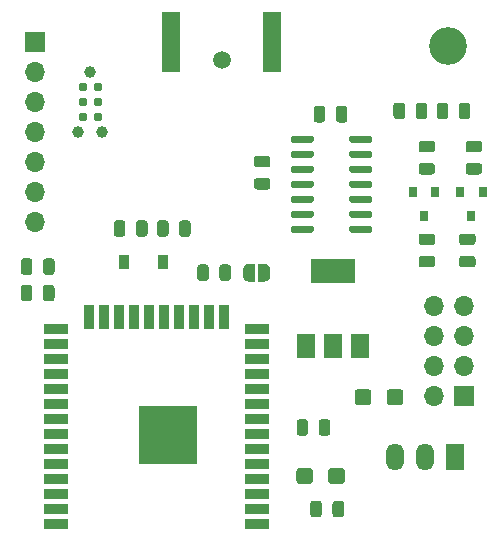
<source format=gts>
G04 #@! TF.GenerationSoftware,KiCad,Pcbnew,(5.1.9-0-10_14)*
G04 #@! TF.CreationDate,2021-01-13T19:52:55+01:00*
G04 #@! TF.ProjectId,ithowifi,6974686f-7769-4666-992e-6b696361645f,rev?*
G04 #@! TF.SameCoordinates,Original*
G04 #@! TF.FileFunction,Soldermask,Top*
G04 #@! TF.FilePolarity,Negative*
%FSLAX46Y46*%
G04 Gerber Fmt 4.6, Leading zero omitted, Abs format (unit mm)*
G04 Created by KiCad (PCBNEW (5.1.9-0-10_14)) date 2021-01-13 19:52:55*
%MOMM*%
%LPD*%
G01*
G04 APERTURE LIST*
%ADD10C,0.787400*%
%ADD11C,0.990600*%
%ADD12C,3.200000*%
%ADD13R,2.000000X0.900000*%
%ADD14R,0.900000X2.000000*%
%ADD15R,5.000000X5.000000*%
%ADD16C,0.100000*%
%ADD17C,1.500000*%
%ADD18R,1.500000X2.000000*%
%ADD19R,3.800000X2.000000*%
%ADD20O,1.700000X1.700000*%
%ADD21R,1.700000X1.700000*%
%ADD22R,0.900000X1.200000*%
%ADD23R,1.500000X5.080000*%
%ADD24R,0.800000X0.900000*%
%ADD25O,1.500000X2.300000*%
%ADD26R,1.500000X2.300000*%
G04 APERTURE END LIST*
D10*
X91033600Y-114147600D03*
X91033600Y-112877600D03*
X89763600Y-114147600D03*
X89763600Y-112877600D03*
X89763600Y-111607600D03*
X91033600Y-111607600D03*
D11*
X89382600Y-115417600D03*
X91414600Y-115417600D03*
X90398600Y-110337600D03*
D12*
X120650000Y-108127800D03*
D13*
X87477600Y-148615400D03*
X87477600Y-147345400D03*
X87477600Y-146075400D03*
X87477600Y-144805400D03*
X87477600Y-143535400D03*
X87477600Y-142265400D03*
X87477600Y-140995400D03*
X87477600Y-139725400D03*
X87477600Y-138455400D03*
X87477600Y-137185400D03*
X87477600Y-135915400D03*
X87477600Y-134645400D03*
X87477600Y-133375400D03*
X87477600Y-132105400D03*
D14*
X90262600Y-131105400D03*
X91532600Y-131105400D03*
X92802600Y-131105400D03*
X94072600Y-131105400D03*
X95342600Y-131105400D03*
X96612600Y-131105400D03*
X97882600Y-131105400D03*
X99152600Y-131105400D03*
X100422600Y-131105400D03*
X101692600Y-131105400D03*
D13*
X104477600Y-132105400D03*
X104477600Y-133375400D03*
X104477600Y-134645400D03*
X104477600Y-135915400D03*
X104477600Y-137185400D03*
X104477600Y-138455400D03*
X104477600Y-139725400D03*
X104477600Y-140995400D03*
X104477600Y-142265400D03*
X104477600Y-143535400D03*
X104477600Y-144805400D03*
X104477600Y-146075400D03*
X104477600Y-147345400D03*
X104477600Y-148615400D03*
D15*
X96977600Y-141115400D03*
D16*
G36*
X103805200Y-128104998D02*
G01*
X103780666Y-128104998D01*
X103731835Y-128100188D01*
X103683710Y-128090616D01*
X103636755Y-128076372D01*
X103591422Y-128057595D01*
X103548149Y-128034464D01*
X103507350Y-128007204D01*
X103469421Y-127976076D01*
X103434724Y-127941379D01*
X103403596Y-127903450D01*
X103376336Y-127862651D01*
X103353205Y-127819378D01*
X103334428Y-127774045D01*
X103320184Y-127727090D01*
X103310612Y-127678965D01*
X103305802Y-127630134D01*
X103305802Y-127605600D01*
X103305200Y-127605600D01*
X103305200Y-127105600D01*
X103305802Y-127105600D01*
X103305802Y-127081066D01*
X103310612Y-127032235D01*
X103320184Y-126984110D01*
X103334428Y-126937155D01*
X103353205Y-126891822D01*
X103376336Y-126848549D01*
X103403596Y-126807750D01*
X103434724Y-126769821D01*
X103469421Y-126735124D01*
X103507350Y-126703996D01*
X103548149Y-126676736D01*
X103591422Y-126653605D01*
X103636755Y-126634828D01*
X103683710Y-126620584D01*
X103731835Y-126611012D01*
X103780666Y-126606202D01*
X103805200Y-126606202D01*
X103805200Y-126605600D01*
X104305200Y-126605600D01*
X104305200Y-128105600D01*
X103805200Y-128105600D01*
X103805200Y-128104998D01*
G37*
G36*
X104605200Y-126605600D02*
G01*
X105105200Y-126605600D01*
X105105200Y-126606202D01*
X105129734Y-126606202D01*
X105178565Y-126611012D01*
X105226690Y-126620584D01*
X105273645Y-126634828D01*
X105318978Y-126653605D01*
X105362251Y-126676736D01*
X105403050Y-126703996D01*
X105440979Y-126735124D01*
X105475676Y-126769821D01*
X105506804Y-126807750D01*
X105534064Y-126848549D01*
X105557195Y-126891822D01*
X105575972Y-126937155D01*
X105590216Y-126984110D01*
X105599788Y-127032235D01*
X105604598Y-127081066D01*
X105604598Y-127105600D01*
X105605200Y-127105600D01*
X105605200Y-127605600D01*
X105604598Y-127605600D01*
X105604598Y-127630134D01*
X105599788Y-127678965D01*
X105590216Y-127727090D01*
X105575972Y-127774045D01*
X105557195Y-127819378D01*
X105534064Y-127862651D01*
X105506804Y-127903450D01*
X105475676Y-127941379D01*
X105440979Y-127976076D01*
X105403050Y-128007204D01*
X105362251Y-128034464D01*
X105318978Y-128057595D01*
X105273645Y-128076372D01*
X105226690Y-128090616D01*
X105178565Y-128100188D01*
X105129734Y-128104998D01*
X105105200Y-128104998D01*
X105105200Y-128105600D01*
X104605200Y-128105600D01*
X104605200Y-126605600D01*
G37*
G36*
G01*
X101315700Y-127811850D02*
X101315700Y-126899350D01*
G75*
G02*
X101559450Y-126655600I243750J0D01*
G01*
X102046950Y-126655600D01*
G75*
G02*
X102290700Y-126899350I0J-243750D01*
G01*
X102290700Y-127811850D01*
G75*
G02*
X102046950Y-128055600I-243750J0D01*
G01*
X101559450Y-128055600D01*
G75*
G02*
X101315700Y-127811850I0J243750D01*
G01*
G37*
G36*
G01*
X99440700Y-127811850D02*
X99440700Y-126899350D01*
G75*
G02*
X99684450Y-126655600I243750J0D01*
G01*
X100171950Y-126655600D01*
G75*
G02*
X100415700Y-126899350I0J-243750D01*
G01*
X100415700Y-127811850D01*
G75*
G02*
X100171950Y-128055600I-243750J0D01*
G01*
X99684450Y-128055600D01*
G75*
G02*
X99440700Y-127811850I0J243750D01*
G01*
G37*
G36*
G01*
X114174500Y-137471599D02*
X114174500Y-138321601D01*
G75*
G02*
X113924501Y-138571600I-249999J0D01*
G01*
X113024499Y-138571600D01*
G75*
G02*
X112774500Y-138321601I0J249999D01*
G01*
X112774500Y-137471599D01*
G75*
G02*
X113024499Y-137221600I249999J0D01*
G01*
X113924501Y-137221600D01*
G75*
G02*
X114174500Y-137471599I0J-249999D01*
G01*
G37*
G36*
G01*
X116874500Y-137471599D02*
X116874500Y-138321601D01*
G75*
G02*
X116624501Y-138571600I-249999J0D01*
G01*
X115724499Y-138571600D01*
G75*
G02*
X115474500Y-138321601I0J249999D01*
G01*
X115474500Y-137471599D01*
G75*
G02*
X115724499Y-137221600I249999J0D01*
G01*
X116624501Y-137221600D01*
G75*
G02*
X116874500Y-137471599I0J-249999D01*
G01*
G37*
G36*
G01*
X110530400Y-145001801D02*
X110530400Y-144151799D01*
G75*
G02*
X110780399Y-143901800I249999J0D01*
G01*
X111680401Y-143901800D01*
G75*
G02*
X111930400Y-144151799I0J-249999D01*
G01*
X111930400Y-145001801D01*
G75*
G02*
X111680401Y-145251800I-249999J0D01*
G01*
X110780399Y-145251800D01*
G75*
G02*
X110530400Y-145001801I0J249999D01*
G01*
G37*
G36*
G01*
X107830400Y-145001801D02*
X107830400Y-144151799D01*
G75*
G02*
X108080399Y-143901800I249999J0D01*
G01*
X108980401Y-143901800D01*
G75*
G02*
X109230400Y-144151799I0J-249999D01*
G01*
X109230400Y-145001801D01*
G75*
G02*
X108980401Y-145251800I-249999J0D01*
G01*
X108080399Y-145251800D01*
G75*
G02*
X107830400Y-145001801I0J249999D01*
G01*
G37*
D17*
X101498400Y-109347000D03*
G36*
G01*
X85475900Y-128626550D02*
X85475900Y-129539050D01*
G75*
G02*
X85232150Y-129782800I-243750J0D01*
G01*
X84744650Y-129782800D01*
G75*
G02*
X84500900Y-129539050I0J243750D01*
G01*
X84500900Y-128626550D01*
G75*
G02*
X84744650Y-128382800I243750J0D01*
G01*
X85232150Y-128382800D01*
G75*
G02*
X85475900Y-128626550I0J-243750D01*
G01*
G37*
G36*
G01*
X87350900Y-128626550D02*
X87350900Y-129539050D01*
G75*
G02*
X87107150Y-129782800I-243750J0D01*
G01*
X86619650Y-129782800D01*
G75*
G02*
X86375900Y-129539050I0J243750D01*
G01*
X86375900Y-128626550D01*
G75*
G02*
X86619650Y-128382800I243750J0D01*
G01*
X87107150Y-128382800D01*
G75*
G02*
X87350900Y-128626550I0J-243750D01*
G01*
G37*
G36*
G01*
X85475900Y-126391350D02*
X85475900Y-127303850D01*
G75*
G02*
X85232150Y-127547600I-243750J0D01*
G01*
X84744650Y-127547600D01*
G75*
G02*
X84500900Y-127303850I0J243750D01*
G01*
X84500900Y-126391350D01*
G75*
G02*
X84744650Y-126147600I243750J0D01*
G01*
X85232150Y-126147600D01*
G75*
G02*
X85475900Y-126391350I0J-243750D01*
G01*
G37*
G36*
G01*
X87350900Y-126391350D02*
X87350900Y-127303850D01*
G75*
G02*
X87107150Y-127547600I-243750J0D01*
G01*
X86619650Y-127547600D01*
G75*
G02*
X86375900Y-127303850I0J243750D01*
G01*
X86375900Y-126391350D01*
G75*
G02*
X86619650Y-126147600I243750J0D01*
G01*
X87107150Y-126147600D01*
G75*
G02*
X87350900Y-126391350I0J-243750D01*
G01*
G37*
D18*
X108647200Y-133553600D03*
X113247200Y-133553600D03*
X110947200Y-133553600D03*
D19*
X110947200Y-127253600D03*
G36*
G01*
X94249900Y-124078050D02*
X94249900Y-123165550D01*
G75*
G02*
X94493650Y-122921800I243750J0D01*
G01*
X94981150Y-122921800D01*
G75*
G02*
X95224900Y-123165550I0J-243750D01*
G01*
X95224900Y-124078050D01*
G75*
G02*
X94981150Y-124321800I-243750J0D01*
G01*
X94493650Y-124321800D01*
G75*
G02*
X94249900Y-124078050I0J243750D01*
G01*
G37*
G36*
G01*
X92374900Y-124078050D02*
X92374900Y-123165550D01*
G75*
G02*
X92618650Y-122921800I243750J0D01*
G01*
X93106150Y-122921800D01*
G75*
G02*
X93349900Y-123165550I0J-243750D01*
G01*
X93349900Y-124078050D01*
G75*
G02*
X93106150Y-124321800I-243750J0D01*
G01*
X92618650Y-124321800D01*
G75*
G02*
X92374900Y-124078050I0J243750D01*
G01*
G37*
G36*
G01*
X109720800Y-140918250D02*
X109720800Y-140005750D01*
G75*
G02*
X109964550Y-139762000I243750J0D01*
G01*
X110452050Y-139762000D01*
G75*
G02*
X110695800Y-140005750I0J-243750D01*
G01*
X110695800Y-140918250D01*
G75*
G02*
X110452050Y-141162000I-243750J0D01*
G01*
X109964550Y-141162000D01*
G75*
G02*
X109720800Y-140918250I0J243750D01*
G01*
G37*
G36*
G01*
X107845800Y-140918250D02*
X107845800Y-140005750D01*
G75*
G02*
X108089550Y-139762000I243750J0D01*
G01*
X108577050Y-139762000D01*
G75*
G02*
X108820800Y-140005750I0J-243750D01*
G01*
X108820800Y-140918250D01*
G75*
G02*
X108577050Y-141162000I-243750J0D01*
G01*
X108089550Y-141162000D01*
G75*
G02*
X107845800Y-140918250I0J243750D01*
G01*
G37*
D20*
X85725000Y-123037600D03*
X85725000Y-120497600D03*
X85725000Y-117957600D03*
X85725000Y-115417600D03*
X85725000Y-112877600D03*
X85725000Y-110337600D03*
D21*
X85725000Y-107797600D03*
D22*
X93220000Y-126415800D03*
X96520000Y-126415800D03*
G36*
G01*
X110886900Y-147827050D02*
X110886900Y-146914550D01*
G75*
G02*
X111130650Y-146670800I243750J0D01*
G01*
X111618150Y-146670800D01*
G75*
G02*
X111861900Y-146914550I0J-243750D01*
G01*
X111861900Y-147827050D01*
G75*
G02*
X111618150Y-148070800I-243750J0D01*
G01*
X111130650Y-148070800D01*
G75*
G02*
X110886900Y-147827050I0J243750D01*
G01*
G37*
G36*
G01*
X109011900Y-147827050D02*
X109011900Y-146914550D01*
G75*
G02*
X109255650Y-146670800I243750J0D01*
G01*
X109743150Y-146670800D01*
G75*
G02*
X109986900Y-146914550I0J-243750D01*
G01*
X109986900Y-147827050D01*
G75*
G02*
X109743150Y-148070800I-243750J0D01*
G01*
X109255650Y-148070800D01*
G75*
G02*
X109011900Y-147827050I0J243750D01*
G01*
G37*
G36*
G01*
X97007500Y-123165550D02*
X97007500Y-124078050D01*
G75*
G02*
X96763750Y-124321800I-243750J0D01*
G01*
X96276250Y-124321800D01*
G75*
G02*
X96032500Y-124078050I0J243750D01*
G01*
X96032500Y-123165550D01*
G75*
G02*
X96276250Y-122921800I243750J0D01*
G01*
X96763750Y-122921800D01*
G75*
G02*
X97007500Y-123165550I0J-243750D01*
G01*
G37*
G36*
G01*
X98882500Y-123165550D02*
X98882500Y-124078050D01*
G75*
G02*
X98638750Y-124321800I-243750J0D01*
G01*
X98151250Y-124321800D01*
G75*
G02*
X97907500Y-124078050I0J243750D01*
G01*
X97907500Y-123165550D01*
G75*
G02*
X98151250Y-122921800I243750J0D01*
G01*
X98638750Y-122921800D01*
G75*
G02*
X98882500Y-123165550I0J-243750D01*
G01*
G37*
D23*
X97248400Y-107848400D03*
X105748400Y-107848400D03*
G36*
G01*
X117925000Y-114121250D02*
X117925000Y-113208750D01*
G75*
G02*
X118168750Y-112965000I243750J0D01*
G01*
X118656250Y-112965000D01*
G75*
G02*
X118900000Y-113208750I0J-243750D01*
G01*
X118900000Y-114121250D01*
G75*
G02*
X118656250Y-114365000I-243750J0D01*
G01*
X118168750Y-114365000D01*
G75*
G02*
X117925000Y-114121250I0J243750D01*
G01*
G37*
G36*
G01*
X116050000Y-114121250D02*
X116050000Y-113208750D01*
G75*
G02*
X116293750Y-112965000I243750J0D01*
G01*
X116781250Y-112965000D01*
G75*
G02*
X117025000Y-113208750I0J-243750D01*
G01*
X117025000Y-114121250D01*
G75*
G02*
X116781250Y-114365000I-243750J0D01*
G01*
X116293750Y-114365000D01*
G75*
G02*
X116050000Y-114121250I0J243750D01*
G01*
G37*
G36*
G01*
X105383650Y-120320100D02*
X104471150Y-120320100D01*
G75*
G02*
X104227400Y-120076350I0J243750D01*
G01*
X104227400Y-119588850D01*
G75*
G02*
X104471150Y-119345100I243750J0D01*
G01*
X105383650Y-119345100D01*
G75*
G02*
X105627400Y-119588850I0J-243750D01*
G01*
X105627400Y-120076350D01*
G75*
G02*
X105383650Y-120320100I-243750J0D01*
G01*
G37*
G36*
G01*
X105383650Y-118445100D02*
X104471150Y-118445100D01*
G75*
G02*
X104227400Y-118201350I0J243750D01*
G01*
X104227400Y-117713850D01*
G75*
G02*
X104471150Y-117470100I243750J0D01*
G01*
X105383650Y-117470100D01*
G75*
G02*
X105627400Y-117713850I0J-243750D01*
G01*
X105627400Y-118201350D01*
G75*
G02*
X105383650Y-118445100I-243750J0D01*
G01*
G37*
G36*
G01*
X120680300Y-113208750D02*
X120680300Y-114121250D01*
G75*
G02*
X120436550Y-114365000I-243750J0D01*
G01*
X119949050Y-114365000D01*
G75*
G02*
X119705300Y-114121250I0J243750D01*
G01*
X119705300Y-113208750D01*
G75*
G02*
X119949050Y-112965000I243750J0D01*
G01*
X120436550Y-112965000D01*
G75*
G02*
X120680300Y-113208750I0J-243750D01*
G01*
G37*
G36*
G01*
X122555300Y-113208750D02*
X122555300Y-114121250D01*
G75*
G02*
X122311550Y-114365000I-243750J0D01*
G01*
X121824050Y-114365000D01*
G75*
G02*
X121580300Y-114121250I0J243750D01*
G01*
X121580300Y-113208750D01*
G75*
G02*
X121824050Y-112965000I243750J0D01*
G01*
X122311550Y-112965000D01*
G75*
G02*
X122555300Y-113208750I0J-243750D01*
G01*
G37*
G36*
G01*
X118415750Y-125926000D02*
X119328250Y-125926000D01*
G75*
G02*
X119572000Y-126169750I0J-243750D01*
G01*
X119572000Y-126657250D01*
G75*
G02*
X119328250Y-126901000I-243750J0D01*
G01*
X118415750Y-126901000D01*
G75*
G02*
X118172000Y-126657250I0J243750D01*
G01*
X118172000Y-126169750D01*
G75*
G02*
X118415750Y-125926000I243750J0D01*
G01*
G37*
G36*
G01*
X118415750Y-124051000D02*
X119328250Y-124051000D01*
G75*
G02*
X119572000Y-124294750I0J-243750D01*
G01*
X119572000Y-124782250D01*
G75*
G02*
X119328250Y-125026000I-243750J0D01*
G01*
X118415750Y-125026000D01*
G75*
G02*
X118172000Y-124782250I0J243750D01*
G01*
X118172000Y-124294750D01*
G75*
G02*
X118415750Y-124051000I243750J0D01*
G01*
G37*
G36*
G01*
X121844750Y-125926000D02*
X122757250Y-125926000D01*
G75*
G02*
X123001000Y-126169750I0J-243750D01*
G01*
X123001000Y-126657250D01*
G75*
G02*
X122757250Y-126901000I-243750J0D01*
G01*
X121844750Y-126901000D01*
G75*
G02*
X121601000Y-126657250I0J243750D01*
G01*
X121601000Y-126169750D01*
G75*
G02*
X121844750Y-125926000I243750J0D01*
G01*
G37*
G36*
G01*
X121844750Y-124051000D02*
X122757250Y-124051000D01*
G75*
G02*
X123001000Y-124294750I0J-243750D01*
G01*
X123001000Y-124782250D01*
G75*
G02*
X122757250Y-125026000I-243750J0D01*
G01*
X121844750Y-125026000D01*
G75*
G02*
X121601000Y-124782250I0J243750D01*
G01*
X121601000Y-124294750D01*
G75*
G02*
X121844750Y-124051000I243750J0D01*
G01*
G37*
G36*
G01*
X118415750Y-118074400D02*
X119328250Y-118074400D01*
G75*
G02*
X119572000Y-118318150I0J-243750D01*
G01*
X119572000Y-118805650D01*
G75*
G02*
X119328250Y-119049400I-243750J0D01*
G01*
X118415750Y-119049400D01*
G75*
G02*
X118172000Y-118805650I0J243750D01*
G01*
X118172000Y-118318150D01*
G75*
G02*
X118415750Y-118074400I243750J0D01*
G01*
G37*
G36*
G01*
X118415750Y-116199400D02*
X119328250Y-116199400D01*
G75*
G02*
X119572000Y-116443150I0J-243750D01*
G01*
X119572000Y-116930650D01*
G75*
G02*
X119328250Y-117174400I-243750J0D01*
G01*
X118415750Y-117174400D01*
G75*
G02*
X118172000Y-116930650I0J243750D01*
G01*
X118172000Y-116443150D01*
G75*
G02*
X118415750Y-116199400I243750J0D01*
G01*
G37*
G36*
G01*
X123316050Y-117174400D02*
X122403550Y-117174400D01*
G75*
G02*
X122159800Y-116930650I0J243750D01*
G01*
X122159800Y-116443150D01*
G75*
G02*
X122403550Y-116199400I243750J0D01*
G01*
X123316050Y-116199400D01*
G75*
G02*
X123559800Y-116443150I0J-243750D01*
G01*
X123559800Y-116930650D01*
G75*
G02*
X123316050Y-117174400I-243750J0D01*
G01*
G37*
G36*
G01*
X123316050Y-119049400D02*
X122403550Y-119049400D01*
G75*
G02*
X122159800Y-118805650I0J243750D01*
G01*
X122159800Y-118318150D01*
G75*
G02*
X122403550Y-118074400I243750J0D01*
G01*
X123316050Y-118074400D01*
G75*
G02*
X123559800Y-118318150I0J-243750D01*
G01*
X123559800Y-118805650D01*
G75*
G02*
X123316050Y-119049400I-243750J0D01*
G01*
G37*
G36*
G01*
X109295900Y-114400650D02*
X109295900Y-113488150D01*
G75*
G02*
X109539650Y-113244400I243750J0D01*
G01*
X110027150Y-113244400D01*
G75*
G02*
X110270900Y-113488150I0J-243750D01*
G01*
X110270900Y-114400650D01*
G75*
G02*
X110027150Y-114644400I-243750J0D01*
G01*
X109539650Y-114644400D01*
G75*
G02*
X109295900Y-114400650I0J243750D01*
G01*
G37*
G36*
G01*
X111170900Y-114400650D02*
X111170900Y-113488150D01*
G75*
G02*
X111414650Y-113244400I243750J0D01*
G01*
X111902150Y-113244400D01*
G75*
G02*
X112145900Y-113488150I0J-243750D01*
G01*
X112145900Y-114400650D01*
G75*
G02*
X111902150Y-114644400I-243750J0D01*
G01*
X111414650Y-114644400D01*
G75*
G02*
X111170900Y-114400650I0J243750D01*
G01*
G37*
D24*
X118658600Y-122539000D03*
X117708600Y-120539000D03*
X119608600Y-120539000D03*
X122656600Y-122539000D03*
X121706600Y-120539000D03*
X123606600Y-120539000D03*
G36*
G01*
X107359000Y-116202600D02*
X107359000Y-115902600D01*
G75*
G02*
X107509000Y-115752600I150000J0D01*
G01*
X109159000Y-115752600D01*
G75*
G02*
X109309000Y-115902600I0J-150000D01*
G01*
X109309000Y-116202600D01*
G75*
G02*
X109159000Y-116352600I-150000J0D01*
G01*
X107509000Y-116352600D01*
G75*
G02*
X107359000Y-116202600I0J150000D01*
G01*
G37*
G36*
G01*
X107359000Y-117472600D02*
X107359000Y-117172600D01*
G75*
G02*
X107509000Y-117022600I150000J0D01*
G01*
X109159000Y-117022600D01*
G75*
G02*
X109309000Y-117172600I0J-150000D01*
G01*
X109309000Y-117472600D01*
G75*
G02*
X109159000Y-117622600I-150000J0D01*
G01*
X107509000Y-117622600D01*
G75*
G02*
X107359000Y-117472600I0J150000D01*
G01*
G37*
G36*
G01*
X107359000Y-118742600D02*
X107359000Y-118442600D01*
G75*
G02*
X107509000Y-118292600I150000J0D01*
G01*
X109159000Y-118292600D01*
G75*
G02*
X109309000Y-118442600I0J-150000D01*
G01*
X109309000Y-118742600D01*
G75*
G02*
X109159000Y-118892600I-150000J0D01*
G01*
X107509000Y-118892600D01*
G75*
G02*
X107359000Y-118742600I0J150000D01*
G01*
G37*
G36*
G01*
X107359000Y-120012600D02*
X107359000Y-119712600D01*
G75*
G02*
X107509000Y-119562600I150000J0D01*
G01*
X109159000Y-119562600D01*
G75*
G02*
X109309000Y-119712600I0J-150000D01*
G01*
X109309000Y-120012600D01*
G75*
G02*
X109159000Y-120162600I-150000J0D01*
G01*
X107509000Y-120162600D01*
G75*
G02*
X107359000Y-120012600I0J150000D01*
G01*
G37*
G36*
G01*
X107359000Y-121282600D02*
X107359000Y-120982600D01*
G75*
G02*
X107509000Y-120832600I150000J0D01*
G01*
X109159000Y-120832600D01*
G75*
G02*
X109309000Y-120982600I0J-150000D01*
G01*
X109309000Y-121282600D01*
G75*
G02*
X109159000Y-121432600I-150000J0D01*
G01*
X107509000Y-121432600D01*
G75*
G02*
X107359000Y-121282600I0J150000D01*
G01*
G37*
G36*
G01*
X107359000Y-122552600D02*
X107359000Y-122252600D01*
G75*
G02*
X107509000Y-122102600I150000J0D01*
G01*
X109159000Y-122102600D01*
G75*
G02*
X109309000Y-122252600I0J-150000D01*
G01*
X109309000Y-122552600D01*
G75*
G02*
X109159000Y-122702600I-150000J0D01*
G01*
X107509000Y-122702600D01*
G75*
G02*
X107359000Y-122552600I0J150000D01*
G01*
G37*
G36*
G01*
X107359000Y-123822600D02*
X107359000Y-123522600D01*
G75*
G02*
X107509000Y-123372600I150000J0D01*
G01*
X109159000Y-123372600D01*
G75*
G02*
X109309000Y-123522600I0J-150000D01*
G01*
X109309000Y-123822600D01*
G75*
G02*
X109159000Y-123972600I-150000J0D01*
G01*
X107509000Y-123972600D01*
G75*
G02*
X107359000Y-123822600I0J150000D01*
G01*
G37*
G36*
G01*
X112309000Y-123822600D02*
X112309000Y-123522600D01*
G75*
G02*
X112459000Y-123372600I150000J0D01*
G01*
X114109000Y-123372600D01*
G75*
G02*
X114259000Y-123522600I0J-150000D01*
G01*
X114259000Y-123822600D01*
G75*
G02*
X114109000Y-123972600I-150000J0D01*
G01*
X112459000Y-123972600D01*
G75*
G02*
X112309000Y-123822600I0J150000D01*
G01*
G37*
G36*
G01*
X112309000Y-122552600D02*
X112309000Y-122252600D01*
G75*
G02*
X112459000Y-122102600I150000J0D01*
G01*
X114109000Y-122102600D01*
G75*
G02*
X114259000Y-122252600I0J-150000D01*
G01*
X114259000Y-122552600D01*
G75*
G02*
X114109000Y-122702600I-150000J0D01*
G01*
X112459000Y-122702600D01*
G75*
G02*
X112309000Y-122552600I0J150000D01*
G01*
G37*
G36*
G01*
X112309000Y-121282600D02*
X112309000Y-120982600D01*
G75*
G02*
X112459000Y-120832600I150000J0D01*
G01*
X114109000Y-120832600D01*
G75*
G02*
X114259000Y-120982600I0J-150000D01*
G01*
X114259000Y-121282600D01*
G75*
G02*
X114109000Y-121432600I-150000J0D01*
G01*
X112459000Y-121432600D01*
G75*
G02*
X112309000Y-121282600I0J150000D01*
G01*
G37*
G36*
G01*
X112309000Y-120012600D02*
X112309000Y-119712600D01*
G75*
G02*
X112459000Y-119562600I150000J0D01*
G01*
X114109000Y-119562600D01*
G75*
G02*
X114259000Y-119712600I0J-150000D01*
G01*
X114259000Y-120012600D01*
G75*
G02*
X114109000Y-120162600I-150000J0D01*
G01*
X112459000Y-120162600D01*
G75*
G02*
X112309000Y-120012600I0J150000D01*
G01*
G37*
G36*
G01*
X112309000Y-118742600D02*
X112309000Y-118442600D01*
G75*
G02*
X112459000Y-118292600I150000J0D01*
G01*
X114109000Y-118292600D01*
G75*
G02*
X114259000Y-118442600I0J-150000D01*
G01*
X114259000Y-118742600D01*
G75*
G02*
X114109000Y-118892600I-150000J0D01*
G01*
X112459000Y-118892600D01*
G75*
G02*
X112309000Y-118742600I0J150000D01*
G01*
G37*
G36*
G01*
X112309000Y-117472600D02*
X112309000Y-117172600D01*
G75*
G02*
X112459000Y-117022600I150000J0D01*
G01*
X114109000Y-117022600D01*
G75*
G02*
X114259000Y-117172600I0J-150000D01*
G01*
X114259000Y-117472600D01*
G75*
G02*
X114109000Y-117622600I-150000J0D01*
G01*
X112459000Y-117622600D01*
G75*
G02*
X112309000Y-117472600I0J150000D01*
G01*
G37*
G36*
G01*
X112309000Y-116202600D02*
X112309000Y-115902600D01*
G75*
G02*
X112459000Y-115752600I150000J0D01*
G01*
X114109000Y-115752600D01*
G75*
G02*
X114259000Y-115902600I0J-150000D01*
G01*
X114259000Y-116202600D01*
G75*
G02*
X114109000Y-116352600I-150000J0D01*
G01*
X112459000Y-116352600D01*
G75*
G02*
X112309000Y-116202600I0J150000D01*
G01*
G37*
D25*
X116179600Y-142951200D03*
X118719600Y-142951200D03*
D26*
X121259600Y-142951200D03*
D21*
X122047000Y-137795000D03*
D20*
X119507000Y-137795000D03*
X122047000Y-135255000D03*
X119507000Y-135255000D03*
X122047000Y-132715000D03*
X119507000Y-132715000D03*
X122047000Y-130175000D03*
X119507000Y-130175000D03*
M02*

</source>
